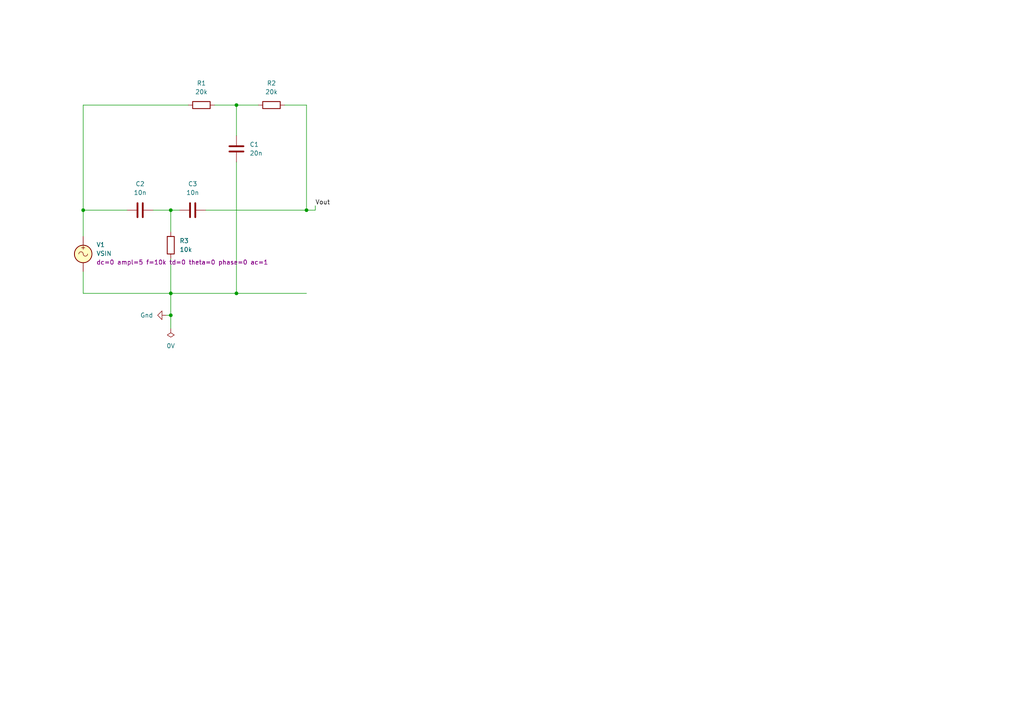
<source format=kicad_sch>
(kicad_sch (version 20250114) (generator "eeschema") (generator_version "9.0")
  (paper "A4")
  (lib_symbols
    (symbol "Device:C" (pin_numbers (hide yes)) (pin_names (offset 0.254))
      (property "Reference" "C" (at 0.635 2.54 0))
      (property "Value" "C" (at 0.635 -2.54 0))
      (symbol "C_0_1"
        (polyline (pts (xy -2.032 0.762) (xy 2.032 0.762)) (stroke (width 0.508)))
        (polyline (pts (xy -2.032 -0.762) (xy 2.032 -0.762)) (stroke (width 0.508)))
      )
      (symbol "C_1_1"
        (pin passive line (at 0 3.81 270) (length 2.794) (name "~") (number "1"))
        (pin passive line (at 0 -3.81 90) (length 2.794) (name "~") (number "2"))
      )
    )
    (symbol "Device:R" (pin_numbers (hide yes)) (pin_names (offset 0))
      (property "Reference" "R" (at 2.032 0 90))
      (property "Value" "R" (at 0 0 90))
      (symbol "R_0_1"
        (rectangle (start -1.016 -2.54) (end 1.016 2.54) (stroke (width 0.254)))
      )
      (symbol "R_1_1"
        (pin passive line (at 0 3.81 270) (length 1.27) (name "~") (number "1"))
        (pin passive line (at 0 -3.81 90) (length 1.27) (name "~") (number "2"))
      )
    )
    (symbol "Simulation_SPICE:VSIN" (pin_numbers (hide yes)) (pin_names (offset 0.0254))
      (property "Reference" "V" (at 2.54 2.54 0))
      (property "Value" "VSIN" (at 2.54 0 0))
      (property "Sim.Params" "dc=0 ampl=1 f=1k ac=1" (at 2.54 -2.54 0))
      (symbol "VSIN_0_0"
        (arc (start -1.27 0) (mid -0.635 0.6323) (end 0 0))
        (arc (start 1.27 0) (mid 0.635 -0.6323) (end 0 0))
        (text "+" (at 0 1.905 0) (effects (font (size 1.27 1.27))))
      )
      (symbol "VSIN_0_1"
        (circle (center 0 0) (radius 2.54) (stroke (width 0.254)) (fill (type background)))
      )
      (symbol "VSIN_1_1"
        (pin passive line (at 0 5.08 270) (length 2.54) (name "~") (number "1"))
        (pin passive line (at 0 -5.08 90) (length 2.54) (name "~") (number "2"))
      )
    )
    (symbol "power:GND" (power) (pin_numbers (hide yes)) (pin_names (offset 0) (hide yes))
      (property "Value" "GND" (at 0 -3.81 0))
      (symbol "GND_0_1"
        (polyline (pts (xy 0 0) (xy 0 -1.27) (xy 1.27 -1.27) (xy 0 -2.54) (xy -1.27 -1.27) (xy 0 -1.27)))
      )
      (symbol "GND_1_1"
        (pin power_in line (at 0 0 270) (length 0) (name "~") (number "1"))
      )
    )
    (symbol "power:PWR_FLAG" (power) (pin_numbers (hide yes)) (pin_names (offset 0) (hide yes))
      (property "Value" "PWR_FLAG" (at 0 3.81 0))
      (symbol "PWR_FLAG_0_0"
        (pin power_out line (at 0 0 90) (length 0) (name "~") (number "1"))
      )
      (symbol "PWR_FLAG_0_1"
        (polyline (pts (xy 0 0) (xy 0 1.27) (xy -1.016 1.905) (xy 0 2.54) (xy 1.016 1.905) (xy 0 1.27)))
      )
    )
  )
  (junction (at 68.58 30.48))
  (junction (at 88.9 60.96))
  (junction (at 68.58 85.09))
  (junction (at 49.53 85.09))
  (junction (at 24.13 60.96))
  (junction (at 49.53 60.96))
  (junction (at 49.53 91.44))
  (wire (pts (xy 68.58 46.99) (xy 68.58 85.09)))
  (wire (pts (xy 54.61 30.48) (xy 24.13 30.48)))
  (wire (pts (xy 49.53 60.96) (xy 49.53 67.31)))
  (wire (pts (xy 24.13 60.96) (xy 36.83 60.96)))
  (wire (pts (xy 91.44 60.96) (xy 88.9 60.96)))
  (wire (pts (xy 88.9 30.48) (xy 82.55 30.48)))
  (wire (pts (xy 88.9 60.96) (xy 59.69 60.96)))
  (wire (pts (xy 49.53 74.93) (xy 49.53 85.09)))
  (wire (pts (xy 24.13 30.48) (xy 24.13 60.96)))
  (wire (pts (xy 68.58 85.09) (xy 88.9 85.09)))
  (wire (pts (xy 68.58 30.48) (xy 74.93 30.48)))
  (wire (pts (xy 91.44 59.69) (xy 91.44 60.96)))
  (wire (pts (xy 49.53 60.96) (xy 52.07 60.96)))
  (wire (pts (xy 44.45 60.96) (xy 49.53 60.96)))
  (wire (pts (xy 49.53 91.44) (xy 49.53 95.25)))
  (wire (pts (xy 88.9 30.48) (xy 88.9 60.96)))
  (wire (pts (xy 68.58 85.09) (xy 49.53 85.09)))
  (wire (pts (xy 62.23 30.48) (xy 68.58 30.48)))
  (wire (pts (xy 49.53 85.09) (xy 49.53 91.44)))
  (wire (pts (xy 24.13 85.09) (xy 49.53 85.09)))
  (wire (pts (xy 24.13 78.74) (xy 24.13 85.09)))
  (wire (pts (xy 24.13 60.96) (xy 24.13 68.58)))
  (wire (pts (xy 48.26 91.44) (xy 49.53 91.44)))
  (wire (pts (xy 68.58 30.48) (xy 68.58 39.37)))
  (label "Vout" (at 91.44 59.69 0))
  (symbol (lib_id "Simulation_SPICE:VSIN") (at 24.13 73.66 0) (unit 1)
    (property "Reference" "V1" (at 27.94 70.9901 0) (effects (justify left)))
    (property "Value" "VSIN" (at 27.94 73.5301 0) (effects (justify left)))
    (property "Datasheet" "https://ngspice.sourceforge.io/docs/ngspice-html-manual/manual.xhtml#sec_Independent_Sources_for" (effects (hide yes)))
    (property "Description" "Voltage source, sinusoidal" (effects (hide yes)))
    (property "Sim.Pins" "1=+ 2=-" (effects (hide yes)))
    (property "Sim.Params" "dc=0 ampl=5 f=10k td=0 theta=0 phase=0 ac=1" (at 27.94 76.0701 0) (effects (justify left)))
    (property "Sim.Type" "SIN" (effects (hide yes)))
    (property "Sim.Device" "V" (effects (hide yes)))
  )
  (symbol (lib_id "Device:R") (at 58.42 30.48 90) (unit 1)
    (property "Reference" "R1" (at 58.42 24.13 90))
    (property "Value" "20k" (at 58.42 26.67 90))
    (property "Description" "Resistor" (effects (hide yes)))
  )
  (symbol (lib_id "Device:R") (at 78.74 30.48 90) (unit 1)
    (property "Reference" "R2" (at 78.74 24.13 90))
    (property "Value" "20k" (at 78.74 26.67 90))
    (property "Description" "Resistor" (effects (hide yes)))
  )
  (symbol (lib_id "Device:C") (at 68.58 43.18 0) (unit 1)
    (property "Reference" "C1" (at 72.39 41.9099 0) (effects (justify left)))
    (property "Value" "20n" (at 72.39 44.4499 0) (effects (justify left)))
    (property "Description" "Unpolarized capacitor" (effects (hide yes)))
  )
  (symbol (lib_id "power:PWR_FLAG") (at 49.53 95.25 180) (unit 1)
    (property "Reference" "#FLG01" (effects (hide yes)))
    (property "Value" "0V" (at 49.53 100.33 0))
    (property "Description" "Special symbol for telling ERC where power comes from" (effects (hide yes)))
  )
  (symbol (lib_id "Device:C") (at 40.64 60.96 90) (unit 1)
    (property "Reference" "C2" (at 40.64 53.34 90))
    (property "Value" "10n" (at 40.64 55.88 90))
    (property "Description" "Unpolarized capacitor" (effects (hide yes)))
  )
  (symbol (lib_id "power:GND") (at 48.26 91.44 270) (unit 1)
    (property "Reference" "#PWR02" (effects (hide yes)))
    (property "Value" "Gnd" (at 44.45 91.4399 90) (effects (justify right)))
    (property "Description" "Power symbol creates a global label with name \"GND\" , ground" (effects (hide yes)))
  )
  (symbol (lib_id "Device:R") (at 49.53 71.12 180) (unit 1)
    (property "Reference" "R3" (at 52.07 69.8499 0) (effects (justify right)))
    (property "Value" "10k" (at 52.07 72.3899 0) (effects (justify right)))
    (property "Description" "Resistor" (effects (hide yes)))
  )
  (symbol (lib_id "Device:C") (at 55.88 60.96 90) (unit 1)
    (property "Reference" "C3" (at 55.88 53.34 90))
    (property "Value" "10n" (at 55.88 55.88 90))
    (property "Description" "Unpolarized capacitor" (effects (hide yes)))
  )
)
</source>
